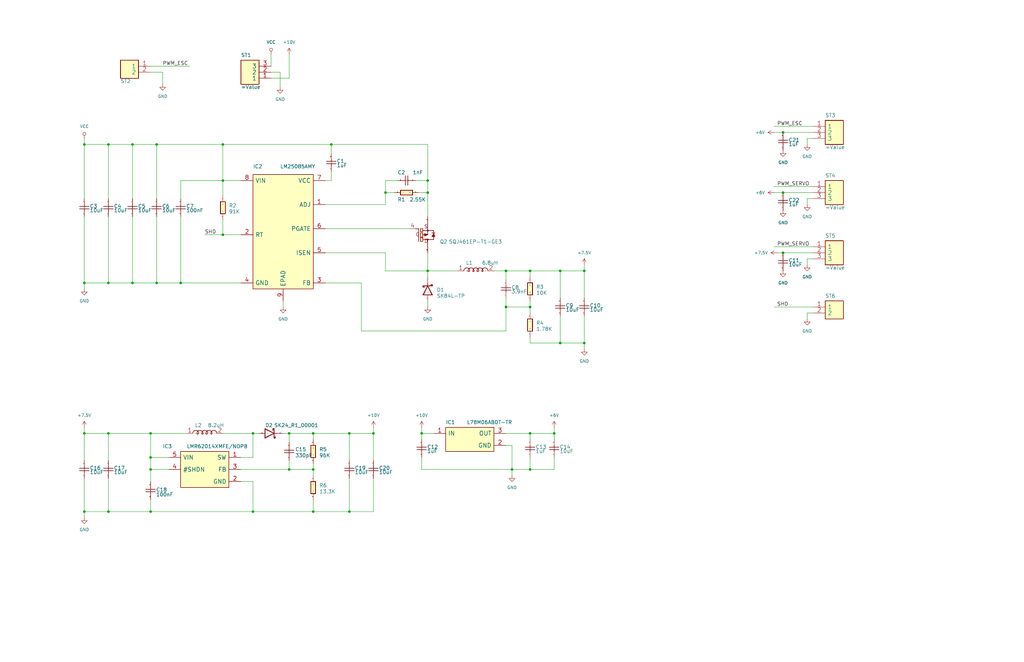
<source format=kicad_sch>
(kicad_sch (version 20211123) (generator eeschema)
  (paper "B")
  (title_block (title "testnoibec_bec-SchDoc") (date "27 03 2022"))
  (lib_symbols
    (symbol "L78M06ABDT-TR-_1" (pin_names (offset 1.016))
      (property "Reference" "IC3" (at -10.16 6.35 0))
      (property "Value" "LMR62014XMFE/NOPB" (at -1.27 6.35 0))
      (symbol "L78M06ABDT-TR-_1_0_1"
        (rectangle (start -10.16 5.08) (end 10.16 -10.16) (stroke (width 0.254)) (fill (type background)))
        (pin output line (at 15.24 2.54 180) (length 5.08) (name "SW") (number "1"))
        (pin power_in line (at 15.24 -7.62 180) (length 5.08) (name "GND") (number "2"))
        (pin input line (at 15.24 -2.54 180) (length 5.08) (name "FB") (number "3"))
        (pin input line (at -15.24 -2.54 0) (length 5.08) (name "#SHDN") (number "4"))
        (pin input line (at -15.24 2.54 0) (length 5.08) (name "VIN") (number "5"))
      )
    )
    (symbol "power:+10V" (power) (pin_names (offset 0))
      (property "Value" "+10V" (at 0 3.556 0))
      (symbol "+10V_0_1"
        (polyline (pts (xy -0.762 1.27) (xy 0 2.54)))
        (polyline (pts (xy 0 0) (xy 0 2.54)))
        (polyline (pts (xy 0 2.54) (xy 0.762 1.27)))
      )
      (symbol "+10V_1_1"
        (pin power_in line (at 0 0 90) (length 0) hide (name "+10V") (number "1"))
      )
    )
    (symbol "power:+6V" (power) (pin_names (offset 0))
      (property "Value" "+6V" (at 0 3.556 0))
      (symbol "+6V_0_1"
        (polyline (pts (xy -0.762 1.27) (xy 0 2.54)))
        (polyline (pts (xy 0 0) (xy 0 2.54)))
        (polyline (pts (xy 0 2.54) (xy 0.762 1.27)))
      )
      (symbol "+6V_1_1"
        (pin power_in line (at 0 0 90) (length 0) hide (name "+6V") (number "1"))
      )
    )
    (symbol "power:+7.5V" (power) (pin_names (offset 0))
      (property "Value" "+7.5V" (at 0 3.556 0))
      (symbol "+7.5V_0_1"
        (polyline (pts (xy -0.762 1.27) (xy 0 2.54)))
        (polyline (pts (xy 0 0) (xy 0 2.54)))
        (polyline (pts (xy 0 2.54) (xy 0.762 1.27)))
      )
      (symbol "+7.5V_1_1"
        (pin power_in line (at 0 0 90) (length 0) hide (name "+7.5V") (number "1"))
      )
    )
    (symbol "power:GND" (power) (pin_names (offset 0))
      (property "Value" "GND" (at 0 -3.81 0))
      (symbol "GND_0_1"
        (polyline (pts (xy 0 0) (xy 0 -1.27) (xy 1.27 -1.27) (xy 0 -2.54) (xy -1.27 -1.27) (xy 0 -1.27)))
      )
      (symbol "GND_1_1"
        (pin power_in line (at 0 0 270) (length 0) hide (name "GND") (number "1"))
      )
    )
    (symbol "power:VCC" (power) (pin_names (offset 0))
      (property "Value" "VCC" (at 0 3.81 0))
      (symbol "VCC_0_1"
        (polyline (pts (xy 0 0) (xy 0 1.27)))
        (circle (center 0 1.905) (radius 0.635))
      )
      (symbol "VCC_1_1"
        (pin power_in line (at 0 0 90) (length 0) hide (name "VCC") (number "1"))
      )
    )
    (symbol "testnoibec_bec-rescue:Cap-" (pin_names (offset 1.016))
      (property "Reference" "C" (at 4.826 1.016 0))
      (property "Value" "Cap-" (at 4.826 -0.762 90))
      (symbol "Cap-_0_1"
        (polyline (pts (xy 0 -2.54) (xy 0.762 -2.54)) (stroke (width 0.254)))
        (polyline (pts (xy 0.762 -4.572) (xy 0.762 -0.508)) (stroke (width 0.254)))
        (polyline (pts (xy 1.778 -0.508) (xy 1.778 -4.572)) (stroke (width 0.254)))
        (polyline (pts (xy 2.54 -2.54) (xy 1.778 -2.54)) (stroke (width 0.254)))
        (pin passive line (at -2.54 -2.54 0) (length 2.54) (name "1") (number "1"))
        (pin passive line (at 5.08 -2.54 180) (length 2.54) (name "2") (number "2"))
      )
    )
    (symbol "testnoibec_bec-rescue:D-SCHOTTKY-" (pin_names (offset 1.016))
      (property "Reference" "D" (at -2.54 2.54 0))
      (property "Value" "D-SCHOTTKY-" (at 1.27 2.54 0))
      (symbol "D-SCHOTTKY-_0_1"
        (polyline (pts (xy -2.54 -2.032) (xy -2.54 1.778)) (stroke (width 0.254)))
        (polyline (pts (xy -2.54 -1.778) (xy -2.54 2.032)) (stroke (width 0.254)))
        (polyline (pts (xy -2.54 1.778) (xy 1.27 0)) (stroke (width 0.254)))
        (polyline (pts (xy -2.54 2.032) (xy 1.27 0)) (stroke (width 0.254)))
        (polyline (pts (xy 0.762 1.27) (xy 0.762 1.778)) (stroke (width 0.254)))
        (polyline (pts (xy 0.762 1.27) (xy 0.762 2.032)) (stroke (width 0.254)))
        (polyline (pts (xy 0.762 1.778) (xy 1.27 1.778)) (stroke (width 0.254)))
        (polyline (pts (xy 0.762 2.032) (xy 1.27 2.032)) (stroke (width 0.254)))
        (polyline (pts (xy 1.27 -2.032) (xy 1.27 1.778)) (stroke (width 0.254)))
        (polyline (pts (xy 1.27 -1.778) (xy 1.27 2.032)) (stroke (width 0.254)))
        (polyline (pts (xy 1.27 0) (xy -2.54 -2.032)) (stroke (width 0.254)))
        (polyline (pts (xy 1.27 0) (xy -2.54 -1.778)) (stroke (width 0.254)))
        (polyline (pts (xy 1.27 0) (xy 2.54 0)) (stroke (width 0.254)))
        (polyline (pts (xy 1.778 -2.032) (xy 1.27 -2.032)) (stroke (width 0.254)))
        (polyline (pts (xy 1.778 -1.778) (xy 1.27 -1.778)) (stroke (width 0.254)))
        (polyline (pts (xy 1.778 -1.27) (xy 1.778 -2.032)) (stroke (width 0.254)))
        (polyline (pts (xy 1.778 -1.27) (xy 1.778 -1.778)) (stroke (width 0.254)))
        (pin passive line (at -5.08 0 0) (length 2.54) (name "A") (number "A"))
        (pin passive line (at 5.08 0 180) (length 2.54) (name "K") (number "K"))
      )
    )
    (symbol "testnoibec_bec-rescue:Header_2X1-" (pin_names (offset 1.016))
      (property "Reference" "ST" (at 0 1.27 0))
      (property "Value" "Header_2X1-" (at 0 0 0))
      (symbol "Header_2X1-_0_1"
        (rectangle (start 0 -7.62) (end 7.62 0) (stroke (width 0.254)) (fill (type background)))
        (rectangle (start 7.62 -7.62) (end 0 0) (stroke (width 0.254)) (fill (type background)))
        (pin passive line (at -5.08 -2.54 0) (length 5.08) (name "1") (number "1"))
        (pin passive line (at -5.08 -5.08 0) (length 5.08) (name "2") (number "2"))
      )
    )
    (symbol "testnoibec_bec-rescue:Header_3X1-" (pin_names (offset 1.016))
      (property "Reference" "ST" (at 0 1.27 0))
      (property "Value" "Header_3X1-" (at 0 -12.192 0))
      (symbol "Header_3X1-_0_1"
        (rectangle (start 0 -10.16) (end 7.62 0) (stroke (width 0.254)) (fill (type background)))
        (rectangle (start 7.62 0) (end 0 -10.16) (stroke (width 0.254)) (fill (type background)))
        (pin passive line (at -5.08 -2.54 0) (length 5.08) (name "1") (number "1"))
        (pin passive line (at -5.08 -5.08 0) (length 5.08) (name "2") (number "2"))
        (pin passive line (at -5.08 -7.62 0) (length 5.08) (name "3") (number "3"))
      )
    )
    (symbol "testnoibec_bec-rescue:Inductor_Coil-" (pin_names (offset 1.016))
      (property "Reference" "L" (at -5.08 2.54 0))
      (property "Value" "Inductor_Coil-" (at 0 2.54 0))
      (symbol "Inductor_Coil-_0_1"
        (pin passive line (at -7.62 0 0) (length 2.54) (name "1") (number "1"))
        (pin passive line (at 7.62 0 180) (length 2.54) (name "2") (number "2"))
      )
      (symbol "Inductor_Coil-_1_1"
        (arc (start -4.445 1.0922) (mid -4.9051 0.63) (end -5.08 0) (stroke (width 0.254)))
        (arc (start -3.3782 0) (mid -3.3319 -0.1686) (end -3.2004 -0.2794) (stroke (width 0.254)))
        (arc (start -3.2004 -0.2794) (mid -3.0373 -0.3181) (end -2.8702 -0.2794) (stroke (width 0.254)))
        (arc (start -3.175 1.0922) (mid -3.81 1.2634) (end -4.445 1.0922) (stroke (width 0.254)))
        (arc (start -2.8702 -0.2794) (mid -2.7577 -0.1594) (end -2.7178 0) (stroke (width 0.254)))
        (arc (start -2.667 1.0922) (mid -3.1271 0.63) (end -3.302 0) (stroke (width 0.254)))
        (arc (start -2.54 0) (mid -2.7092 0.6333) (end -3.175 1.0922) (stroke (width 0.254)))
        (arc (start -1.397 1.0922) (mid -2.032 1.2634) (end -2.667 1.0922) (stroke (width 0.254)))
        (arc (start -1.3462 0) (mid -1.2999 -0.1686) (end -1.1684 -0.2794) (stroke (width 0.254)))
        (arc (start -1.1684 -0.2794) (mid -1.0053 -0.3181) (end -0.8382 -0.2794) (stroke (width 0.254)))
        (arc (start -0.8382 -0.2794) (mid -0.7257 -0.1594) (end -0.6858 0) (stroke (width 0.254)))
        (arc (start -0.762 0) (mid -0.9312 0.6333) (end -1.397 1.0922) (stroke (width 0.254)))
        (arc (start -0.635 1.0922) (mid -1.0951 0.63) (end -1.27 0) (stroke (width 0.254)))
        (arc (start 0.4318 0) (mid 0.4725 -0.1589) (end 0.5842 -0.2794) (stroke (width 0.254)))
        (arc (start 0.5842 -0.2794) (mid 0.7508 -0.331) (end 0.9144 -0.2794) (stroke (width 0.254)))
        (arc (start 0.6096 1.0922) (mid -0.011 1.2508) (end -0.635 1.0922) (stroke (width 0.254)))
        (arc (start 0.9144 -0.2794) (mid 1.0357 -0.1625) (end 1.0922 0) (stroke (width 0.254)))
        (arc (start 1.1176 1.0922) (mid 0.6663 0.627) (end 0.508 0) (stroke (width 0.254)))
        (arc (start 1.27 0) (mid 1.0952 0.643) (end 0.6096 1.0922) (stroke (width 0.254)))
        (arc (start 2.3876 1.0922) (mid 1.7563 1.2506) (end 1.1176 1.0922) (stroke (width 0.254)))
        (arc (start 2.4892 0) (mid 2.5236 -0.1408) (end 2.6162 -0.254) (stroke (width 0.254)))
        (arc (start 2.6162 -0.254) (mid 2.7712 -0.3092) (end 2.921 -0.254) (stroke (width 0.254)))
        (arc (start 2.921 -0.254) (mid 3.0356 -0.1493) (end 3.0988 0) (stroke (width 0.254)))
        (arc (start 3.048 0) (mid 2.8732 0.643) (end 2.3876 1.0922) (stroke (width 0.254)))
        (arc (start 3.1496 1.0922) (mid 2.6983 0.627) (end 2.54 0) (stroke (width 0.254)))
        (arc (start 4.4196 1.0922) (mid 3.7883 1.2506) (end 3.1496 1.0922) (stroke (width 0.254)))
        (arc (start 5.08 0) (mid 4.9052 0.643) (end 4.4196 1.0922) (stroke (width 0.254)))
      )
    )
    (symbol "testnoibec_bec-rescue:L78M06ABDT-TR-" (pin_names (offset 1.016))
      (property "Reference" "IC" (at -10.16 6.35 0))
      (property "Value" "L78M06ABDT-TR-" (at -1.27 6.35 0))
      (symbol "L78M06ABDT-TR-_0_1"
        (rectangle (start -10.16 -5.08) (end 10.16 5.08) (stroke (width 0.254)) (fill (type background)))
        (pin input line (at -15.24 2.54 0) (length 5.08) (name "IN") (number "1"))
        (pin power_in line (at 15.24 -2.54 180) (length 5.08) (name "GND") (number "2"))
        (pin output line (at 15.24 2.54 180) (length 5.08) (name "OUT") (number "3"))
      )
    )
    (symbol "testnoibec_bec-rescue:LM25085AMY-" (pin_names (offset 1.016))
      (property "Reference" "IC" (at -12.7 17.78 0))
      (property "Value" "LM25085AMY-" (at -1.27 17.78 0))
      (symbol "LM25085AMY-_0_1"
        (rectangle (start -12.7 -33.02) (end 12.7 15.24) (stroke (width 0.254)) (fill (type background)))
        (pin input line (at 17.78 2.54 180) (length 5.08) (name "ADJ") (number "1"))
        (pin input line (at -17.78 -10.16 0) (length 5.08) (name "RT") (number "2"))
        (pin input line (at 17.78 -30.48 180) (length 5.08) (name "FB") (number "3"))
        (pin power_in line (at -17.78 -30.48 0) (length 5.08) (name "GND") (number "4"))
        (pin input line (at 17.78 -17.78 180) (length 5.08) (name "ISEN") (number "5"))
        (pin output line (at 17.78 -7.62 180) (length 5.08) (name "PGATE") (number "6"))
        (pin power_in line (at 17.78 12.7 180) (length 5.08) (name "VCC") (number "7"))
        (pin input line (at -17.78 12.7 0) (length 5.08) (name "VIN") (number "8"))
        (pin power_in line (at 0 -38.1 90) (length 5.08) (name "EPAD") (number "9"))
      )
    )
    (symbol "testnoibec_bec-rescue:Res-" (pin_names (offset 1.016))
      (property "Reference" "R" (at 0 -2.54 0))
      (property "Value" "Res-" (at 0 -5.08 90))
      (symbol "Res-_0_1"
        (rectangle (start 0 -3.556) (end 5.08 -1.524) (stroke (width 0.254)) (fill (type background)))
        (rectangle (start 0 -1.524) (end 5.08 -3.556) (stroke (width 0.254)) (fill (type background)))
        (rectangle (start 5.08 -3.556) (end 0 -1.524) (stroke (width 0.254)) (fill (type background)))
        (pin passive line (at -2.54 -2.54 0) (length 2.54) (name "1") (number "1"))
        (pin passive line (at 7.62 -2.54 180) (length 2.54) (name "2") (number "2"))
      )
    )
    (symbol "testnoibec_bec-rescue:SQJ461EP-T1-GE3-" (pin_names (offset 1.016))
      (property "Reference" "Q" (at 5.08 -3.81 0))
      (property "Value" "SQJ461EP-T1-GE3-" (at 8.89 -3.81 0))
      (symbol "SQJ461EP-T1-GE3-_0_1"
        (rectangle (start -3.048 -2.794) (end -2.032 -1.27) (stroke (width 0.254)) (fill (type background)))
        (rectangle (start -3.048 -1.016) (end -2.032 0.762) (stroke (width 0.254)) (fill (type background)))
        (rectangle (start -3.048 1.27) (end -2.032 2.54) (stroke (width 0.254)) (fill (type background)))
        (polyline (pts (xy -3.81 -2.794) (xy -3.81 2.54)) (stroke (width 0.254)))
        (polyline (pts (xy -3.81 2.54) (xy -5.08 2.54)) (stroke (width 0.254)))
        (polyline (pts (xy -2.032 -2.032) (xy 0 -2.032)) (stroke (width 0.254)))
        (polyline (pts (xy -1.27 -0.508) (xy -1.27 0)) (stroke (width 0.254)))
        (polyline (pts (xy -1.27 -0.254) (xy -1.27 0)) (stroke (width 0.254)))
        (polyline (pts (xy -1.27 0) (xy -2.286 0)) (stroke (width 0.254)))
        (polyline (pts (xy -1.27 0) (xy -1.27 0.508)) (stroke (width 0.254)))
        (polyline (pts (xy -1.27 0) (xy -1.016 0)) (stroke (width 0.254)))
        (polyline (pts (xy -1.27 0) (xy 0 0)) (stroke (width 0.254)))
        (polyline (pts (xy -1.27 0.254) (xy -0.254 0)) (stroke (width 0.254)))
        (polyline (pts (xy -1.27 0.508) (xy 0 0)) (stroke (width 0.254)))
        (polyline (pts (xy -0.254 0) (xy -1.27 -0.254)) (stroke (width 0.254)))
        (polyline (pts (xy 0 -5.08) (xy 0 -2.032)) (stroke (width 0.254)))
        (polyline (pts (xy 0 0) (xy -1.27 -0.508)) (stroke (width 0.254)))
        (polyline (pts (xy 0 1.778) (xy -2.032 1.778)) (stroke (width 0.254)))
        (polyline (pts (xy 0 1.778) (xy 0 0)) (stroke (width 0.254)))
        (polyline (pts (xy 0 1.778) (xy 2.54 1.778)) (stroke (width 0.254)))
        (polyline (pts (xy 0 5.08) (xy 0 1.778)) (stroke (width 0.254)))
        (polyline (pts (xy 1.778 0.762) (xy 2.54 0.762)) (stroke (width 0.254)))
        (polyline (pts (xy 2.54 -2.032) (xy 0 -2.032)) (stroke (width 0.254)))
        (polyline (pts (xy 2.54 0.762) (xy 2.54 -2.032)) (stroke (width 0.254)))
        (polyline (pts (xy 2.54 0.762) (xy 3.048 0.762)) (stroke (width 0.254)))
        (polyline (pts (xy 2.54 1.778) (xy 2.54 0.762)) (stroke (width 0.254)))
        (polyline (pts (xy 2.54 0.508) (xy 1.778 -0.762) (xy 3.048 -0.762) (xy 2.54 0.508)) (stroke (width 0.254)) (fill (type outline)))
        (pin passive line (at 0 7.62 270) (length 2.54) (name "S") (number "1"))
        (pin passive line (at 0 7.62 270) (length 2.54) (name "S") (number "2"))
        (pin passive line (at 0 7.62 270) (length 2.54) (name "S") (number "3"))
        (pin passive line (at -7.62 2.54 0) (length 2.54) (name "G") (number "4"))
        (pin passive line (at 0 -7.62 90) (length 2.54) (name "D") (number "5"))
        (pin passive line (at 0 -7.62 90) (length 2.54) (name "D") (number "6"))
        (pin passive line (at 0 -7.62 90) (length 2.54) (name "D") (number "7"))
        (pin passive line (at 0 -7.62 90) (length 2.54) (name "D") (number "8"))
        (pin passive line (at 0 -7.62 90) (length 2.54) (name "D") (number "9"))
      )
      (symbol "SQJ461EP-T1-GE3-_1_1"
        (arc (start -0.0508 -2.1336) (mid 0.0597 -2.1286) (end 0.127 -2.032) (stroke (width 0.508)))
        (arc (start -0.0508 -1.905) (mid -0.1367 -2.0263) (end -0.0508 -2.1336) (stroke (width 0.508)))
        (arc (start -0.0508 1.651) (mid 0.0767 1.6647) (end 0.127 1.778) (stroke (width 0.508)))
        (arc (start -0.0508 1.8796) (mid -0.1135 1.7733) (end -0.0508 1.651) (stroke (width 0.508)))
        (arc (start 0.127 -2.032) (mid 0.0712 -1.9268) (end -0.0508 -1.905) (stroke (width 0.508)))
        (arc (start 0.127 1.778) (mid 0.0668 1.886) (end -0.0508 1.8796) (stroke (width 0.508)))
        (text "D" (at -1.524 -3.556 0) (effects (font (size 1.524 1.524)) (justify left bottom)))
        (text "G" (at -5.08 -0.762 0) (effects (font (size 1.524 1.524)) (justify left bottom)))
        (text "S" (at -1.524 2.54 0) (effects (font (size 1.524 1.524)) (justify left bottom)))
      )
    )
  )
  (junction (at 223.52 198.12))
  (junction (at 63.5 198.12))
  (junction (at 330.2 81.28))
  (junction (at 76.2 119.38))
  (junction (at 215.9 198.12))
  (junction (at 35.56 215.9))
  (junction (at 106.68 182.88))
  (junction (at 66.04 60.96))
  (junction (at 121.92 198.12))
  (junction (at 45.72 215.9))
  (junction (at 147.32 215.9))
  (junction (at 236.22 114.3))
  (junction (at 223.52 129.54))
  (junction (at 180.34 76.2))
  (junction (at 66.04 119.38))
  (junction (at 35.56 119.38))
  (junction (at 121.92 182.88))
  (junction (at 35.56 182.88))
  (junction (at 246.38 114.3))
  (junction (at 45.72 182.88))
  (junction (at 330.2 55.88))
  (junction (at 132.08 182.88))
  (junction (at 45.72 60.96))
  (junction (at 93.98 76.2))
  (junction (at 213.36 129.54))
  (junction (at 177.8 182.88))
  (junction (at 162.56 81.28))
  (junction (at 139.7 60.96))
  (junction (at 180.34 114.3))
  (junction (at 236.22 144.78))
  (junction (at 45.72 119.38))
  (junction (at 132.08 215.9))
  (junction (at 63.5 215.9))
  (junction (at 63.5 182.88))
  (junction (at 180.34 81.28))
  (junction (at 63.5 193.04))
  (junction (at 223.52 114.3))
  (junction (at 55.88 119.38))
  (junction (at 233.68 182.88))
  (junction (at 132.08 198.12))
  (junction (at 157.48 182.88))
  (junction (at 106.68 215.9))
  (junction (at 223.52 182.88))
  (junction (at 93.98 99.06))
  (junction (at 213.36 114.3))
  (junction (at 35.56 60.96))
  (junction (at 93.98 60.96))
  (junction (at 330.2 106.68))
  (junction (at 55.88 60.96))
  (junction (at 246.38 144.78))
  (junction (at 147.32 182.88))
  (wire (pts (xy 121.92 182.88) (xy 121.92 186.69)))
  (wire (pts (xy 223.52 127) (xy 223.52 129.54)))
  (wire (pts (xy 118.11 36.83) (xy 118.11 30.48)))
  (wire (pts (xy 223.52 129.54) (xy 213.36 129.54)))
  (wire (pts (xy 157.48 180.34) (xy 157.48 182.88)))
  (wire (pts (xy 45.72 194.31) (xy 45.72 182.88)))
  (wire (pts (xy 340.36 86.36) (xy 340.36 83.82)))
  (wire (pts (xy 342.9 106.68) (xy 330.2 106.68)))
  (wire (pts (xy 139.7 60.96) (xy 139.7 64.77)))
  (wire (pts (xy 340.36 58.42) (xy 342.9 58.42)))
  (wire (pts (xy 139.7 76.2) (xy 137.16 76.2)))
  (wire (pts (xy 106.68 215.9) (xy 63.5 215.9)))
  (wire (pts (xy 55.88 119.38) (xy 55.88 91.44)))
  (wire (pts (xy 63.5 198.12) (xy 71.12 198.12)))
  (wire (pts (xy 340.36 60.96) (xy 340.36 58.42)))
  (wire (pts (xy 162.56 76.2) (xy 167.64 76.2)))
  (wire (pts (xy 101.6 119.38) (xy 76.2 119.38)))
  (wire (pts (xy 78.74 182.88) (xy 63.5 182.88)))
  (wire (pts (xy 180.34 129.54) (xy 180.34 127)))
  (wire (pts (xy 66.04 60.96) (xy 93.98 60.96)))
  (wire (pts (xy 106.68 182.88) (xy 93.98 182.88)))
  (wire (pts (xy 223.52 198.12) (xy 223.52 193.04)))
  (wire (pts (xy 326.39 129.54) (xy 342.9 129.54)))
  (wire (pts (xy 63.5 27.94) (xy 80.01 27.94)))
  (wire (pts (xy 121.92 182.88) (xy 119.38 182.88)))
  (wire (pts (xy 35.56 180.34) (xy 35.56 182.88)))
  (wire (pts (xy 35.56 83.82) (xy 35.56 60.96)))
  (wire (pts (xy 35.56 215.9) (xy 35.56 218.44)))
  (wire (pts (xy 45.72 119.38) (xy 45.72 91.44)))
  (wire (pts (xy 180.34 60.96) (xy 139.7 60.96)))
  (wire (pts (xy 326.39 78.74) (xy 342.9 78.74)))
  (wire (pts (xy 340.36 134.62) (xy 340.36 132.08)))
  (wire (pts (xy 157.48 182.88) (xy 147.32 182.88)))
  (wire (pts (xy 76.2 119.38) (xy 66.04 119.38)))
  (wire (pts (xy 76.2 76.2) (xy 93.98 76.2)))
  (wire (pts (xy 71.12 193.04) (xy 63.5 193.04)))
  (wire (pts (xy 180.34 114.3) (xy 193.04 114.3)))
  (wire (pts (xy 119.38 127) (xy 119.38 129.54)))
  (wire (pts (xy 132.08 198.12) (xy 132.08 200.66)))
  (wire (pts (xy 180.34 91.44) (xy 180.34 81.28)))
  (wire (pts (xy 213.36 139.7) (xy 213.36 129.54)))
  (wire (pts (xy 139.7 60.96) (xy 93.98 60.96)))
  (wire (pts (xy 177.8 193.04) (xy 177.8 198.12)))
  (wire (pts (xy 213.36 118.11) (xy 213.36 114.3)))
  (wire (pts (xy 76.2 119.38) (xy 76.2 91.44)))
  (wire (pts (xy 340.36 83.82) (xy 342.9 83.82)))
  (wire (pts (xy 215.9 198.12) (xy 215.9 200.66)))
  (wire (pts (xy 45.72 201.93) (xy 45.72 215.9)))
  (wire (pts (xy 223.52 144.78) (xy 236.22 144.78)))
  (wire (pts (xy 106.68 193.04) (xy 106.68 182.88)))
  (wire (pts (xy 236.22 125.73) (xy 236.22 114.3)))
  (wire (pts (xy 223.52 142.24) (xy 223.52 144.78)))
  (wire (pts (xy 177.8 180.34) (xy 177.8 182.88)))
  (wire (pts (xy 121.92 22.86) (xy 121.92 33.02)))
  (wire (pts (xy 93.98 92.71) (xy 93.98 99.06)))
  (wire (pts (xy 180.34 76.2) (xy 180.34 60.96)))
  (wire (pts (xy 223.52 182.88) (xy 223.52 185.42)))
  (wire (pts (xy 45.72 215.9) (xy 63.5 215.9)))
  (wire (pts (xy 246.38 133.35) (xy 246.38 144.78)))
  (wire (pts (xy 330.2 55.88) (xy 342.9 55.88)))
  (wire (pts (xy 213.36 114.3) (xy 208.28 114.3)))
  (wire (pts (xy 162.56 114.3) (xy 180.34 114.3)))
  (wire (pts (xy 177.8 198.12) (xy 215.9 198.12)))
  (wire (pts (xy 68.58 30.48) (xy 63.5 30.48)))
  (wire (pts (xy 340.36 111.76) (xy 340.36 109.22)))
  (wire (pts (xy 35.56 91.44) (xy 35.56 119.38)))
  (wire (pts (xy 215.9 198.12) (xy 215.9 187.96)))
  (wire (pts (xy 233.68 185.42) (xy 233.68 182.88)))
  (wire (pts (xy 330.2 81.28) (xy 342.9 81.28)))
  (wire (pts (xy 215.9 198.12) (xy 223.52 198.12)))
  (wire (pts (xy 93.98 60.96) (xy 93.98 76.2)))
  (wire (pts (xy 157.48 215.9) (xy 157.48 201.93)))
  (wire (pts (xy 177.8 182.88) (xy 182.88 182.88)))
  (wire (pts (xy 246.38 125.73) (xy 246.38 114.3)))
  (wire (pts (xy 147.32 215.9) (xy 157.48 215.9)))
  (wire (pts (xy 223.52 116.84) (xy 223.52 114.3)))
  (wire (pts (xy 45.72 182.88) (xy 35.56 182.88)))
  (wire (pts (xy 93.98 76.2) (xy 93.98 82.55)))
  (wire (pts (xy 162.56 106.68) (xy 162.56 114.3)))
  (wire (pts (xy 55.88 60.96) (xy 55.88 83.82)))
  (wire (pts (xy 152.4 119.38) (xy 152.4 139.7)))
  (wire (pts (xy 162.56 81.28) (xy 162.56 76.2)))
  (wire (pts (xy 233.68 182.88) (xy 233.68 180.34)))
  (wire (pts (xy 137.16 86.36) (xy 162.56 86.36)))
  (wire (pts (xy 326.39 104.14) (xy 342.9 104.14)))
  (wire (pts (xy 137.16 96.52) (xy 172.72 96.52)))
  (wire (pts (xy 132.08 195.58) (xy 132.08 198.12)))
  (wire (pts (xy 223.52 114.3) (xy 213.36 114.3)))
  (wire (pts (xy 132.08 215.9) (xy 106.68 215.9)))
  (wire (pts (xy 76.2 83.82) (xy 76.2 76.2)))
  (wire (pts (xy 63.5 193.04) (xy 63.5 182.88)))
  (wire (pts (xy 93.98 76.2) (xy 101.6 76.2)))
  (wire (pts (xy 68.58 35.56) (xy 68.58 30.48)))
  (wire (pts (xy 35.56 60.96) (xy 35.56 58.42)))
  (wire (pts (xy 132.08 182.88) (xy 132.08 185.42)))
  (wire (pts (xy 121.92 33.02) (xy 114.3 33.02)))
  (wire (pts (xy 223.52 132.08) (xy 223.52 129.54)))
  (wire (pts (xy 246.38 144.78) (xy 246.38 147.32)))
  (wire (pts (xy 137.16 119.38) (xy 152.4 119.38)))
  (wire (pts (xy 340.36 109.22) (xy 342.9 109.22)))
  (wire (pts (xy 106.68 203.2) (xy 106.68 215.9)))
  (wire (pts (xy 180.34 76.2) (xy 175.26 76.2)))
  (wire (pts (xy 147.32 182.88) (xy 147.32 194.31)))
  (wire (pts (xy 330.2 106.68) (xy 327.66 106.68)))
  (wire (pts (xy 132.08 182.88) (xy 121.92 182.88)))
  (wire (pts (xy 101.6 193.04) (xy 106.68 193.04)))
  (wire (pts (xy 223.52 182.88) (xy 233.68 182.88)))
  (wire (pts (xy 45.72 215.9) (xy 35.56 215.9)))
  (wire (pts (xy 236.22 114.3) (xy 223.52 114.3)))
  (wire (pts (xy 86.36 99.06) (xy 93.98 99.06)))
  (wire (pts (xy 147.32 182.88) (xy 132.08 182.88)))
  (wire (pts (xy 137.16 106.68) (xy 162.56 106.68)))
  (wire (pts (xy 246.38 114.3) (xy 236.22 114.3)))
  (wire (pts (xy 114.3 22.86) (xy 114.3 27.94)))
  (wire (pts (xy 139.7 72.39) (xy 139.7 76.2)))
  (wire (pts (xy 147.32 215.9) (xy 132.08 215.9)))
  (wire (pts (xy 246.38 144.78) (xy 236.22 144.78)))
  (wire (pts (xy 233.68 193.04) (xy 233.68 198.12)))
  (wire (pts (xy 66.04 83.82) (xy 66.04 60.96)))
  (wire (pts (xy 66.04 60.96) (xy 55.88 60.96)))
  (wire (pts (xy 35.56 119.38) (xy 35.56 121.92)))
  (wire (pts (xy 340.36 132.08) (xy 342.9 132.08)))
  (wire (pts (xy 121.92 198.12) (xy 101.6 198.12)))
  (wire (pts (xy 35.56 194.31) (xy 35.56 182.88)))
  (wire (pts (xy 132.08 198.12) (xy 121.92 198.12)))
  (wire (pts (xy 93.98 99.06) (xy 101.6 99.06)))
  (wire (pts (xy 35.56 119.38) (xy 45.72 119.38)))
  (wire (pts (xy 45.72 60.96) (xy 45.72 83.82)))
  (wire (pts (xy 326.39 55.88) (xy 330.2 55.88)))
  (wire (pts (xy 213.36 129.54) (xy 213.36 125.73)))
  (wire (pts (xy 109.22 182.88) (xy 106.68 182.88)))
  (wire (pts (xy 121.92 198.12) (xy 121.92 194.31)))
  (wire (pts (xy 66.04 119.38) (xy 55.88 119.38)))
  (wire (pts (xy 180.34 116.84) (xy 180.34 114.3)))
  (wire (pts (xy 55.88 119.38) (xy 45.72 119.38)))
  (wire (pts (xy 215.9 187.96) (xy 213.36 187.96)))
  (wire (pts (xy 66.04 91.44) (xy 66.04 119.38)))
  (wire (pts (xy 35.56 60.96) (xy 45.72 60.96)))
  (wire (pts (xy 236.22 133.35) (xy 236.22 144.78)))
  (wire (pts (xy 246.38 111.76) (xy 246.38 114.3)))
  (wire (pts (xy 180.34 81.28) (xy 176.53 81.28)))
  (wire (pts (xy 177.8 182.88) (xy 177.8 185.42)))
  (wire (pts (xy 166.37 81.28) (xy 162.56 81.28)))
  (wire (pts (xy 118.11 30.48) (xy 114.3 30.48)))
  (wire (pts (xy 326.39 81.28) (xy 330.2 81.28)))
  (wire (pts (xy 101.6 203.2) (xy 106.68 203.2)))
  (wire (pts (xy 63.5 215.9) (xy 63.5 210.82)))
  (wire (pts (xy 233.68 198.12) (xy 223.52 198.12)))
  (wire (pts (xy 162.56 86.36) (xy 162.56 81.28)))
  (wire (pts (xy 63.5 182.88) (xy 45.72 182.88)))
  (wire (pts (xy 157.48 194.31) (xy 157.48 182.88)))
  (wire (pts (xy 55.88 60.96) (xy 45.72 60.96)))
  (wire (pts (xy 213.36 182.88) (xy 223.52 182.88)))
  (wire (pts (xy 180.34 106.68) (xy 180.34 114.3)))
  (wire (pts (xy 147.32 201.93) (xy 147.32 215.9)))
  (wire (pts (xy 63.5 198.12) (xy 63.5 193.04)))
  (wire (pts (xy 326.39 53.34) (xy 342.9 53.34)))
  (wire (pts (xy 132.08 215.9) (xy 132.08 210.82)))
  (wire (pts (xy 152.4 139.7) (xy 213.36 139.7)))
  (wire (pts (xy 63.5 203.2) (xy 63.5 198.12)))
  (wire (pts (xy 35.56 215.9) (xy 35.56 201.93)))
  (wire (pts (xy 180.34 81.28) (xy 180.34 76.2)))
  (label "PWM_SERVO" (at 327.66 104.14 0) (effects (font (size 1.524 1.524))))
  (label "PWM_SERVO" (at 327.66 78.74 0) (effects (font (size 1.524 1.524))))
  (label "SHD" (at 86.36 99.06 0) (effects (font (size 1.524 1.524))))
  (label "PWM_ESC" (at 68.58 27.94 0) (effects (font (size 1.524 1.524))))
  (label "PWM_ESC" (at 327.66 53.34 0) (effects (font (size 1.524 1.524))))
  (label "SHD" (at 327.66 129.54 0) (effects (font (size 1.524 1.524))))
  (symbol (lib_id "testnoibec_bec-rescue:Inductor_Coil-") (at 200.66 114.3 0) (unit 1)
    (property "Reference" "L1" (at 199.39 111.76 0) (effects (font (size 1.524 1.524)) (justify right bottom)))
    (property "Value" "6.8uH" (at 203.2 111.76 0) (effects (font (size 1.524 1.524)) (justify left bottom)))
  )
  (symbol (lib_id "testnoibec_bec-rescue:Cap-") (at 210.82 123.19 90) (unit 1)
    (property "Reference" "C8" (at 215.646 122.174 90) (effects (font (size 1.524 1.524)) (justify right top)))
    (property "Value" "3.9nF" (at 215.646 123.952 90) (effects (font (size 1.524 1.524)) (justify right top)))
  )
  (symbol (lib_id "testnoibec_bec-rescue:Res-") (at 226.06 119.38 270) (unit 1)
    (property "Reference" "R3" (at 226.06 121.92 90) (effects (font (size 1.524 1.524)) (justify left bottom)))
    (property "Value" "10K" (at 226.06 124.46 90) (effects (font (size 1.524 1.524)) (justify left bottom)))
  )
  (symbol (lib_id "testnoibec_bec-rescue:Cap-") (at 33.02 88.9 90) (unit 1)
    (property "Reference" "C3" (at 37.846 87.884 90) (effects (font (size 1.524 1.524)) (justify right top)))
    (property "Value" "10uF" (at 37.846 89.662 90) (effects (font (size 1.524 1.524)) (justify right top)))
  )
  (symbol (lib_id "testnoibec_bec-rescue:Header_3X1-") (at 347.98 101.6 0) (unit 1)
    (property "Reference" "ST5" (at 347.98 100.33 0) (effects (font (size 1.524 1.524)) (justify left bottom)))
    (property "Value" "=Value" (at 347.98 113.792 0) (effects (font (size 1.524 1.524)) (justify left bottom)))
  )
  (symbol (lib_id "testnoibec_bec-rescue:SQJ461EP-T1-GE3-") (at 180.34 99.06 0) (unit 1)
    (property "Reference" "Q2" (at 185.42 102.87 0) (effects (font (size 1.524 1.524)) (justify left bottom)))
    (property "Value" "SQJ461EP-T1-GE3" (at 189.23 102.87 0) (effects (font (size 1.524 1.524)) (justify left bottom)))
  )
  (symbol (lib_id "testnoibec_bec-rescue:Cap-") (at 327.66 86.36 90) (unit 1)
    (property "Reference" "C22" (at 332.486 85.344 90) (effects (font (size 1.524 1.524)) (justify right top)))
    (property "Value" "1uF" (at 332.486 87.122 90) (effects (font (size 1.524 1.524)) (justify right top)))
  )
  (symbol (lib_id "testnoibec_bec-rescue:Cap-") (at 327.66 60.96 90) (unit 1)
    (property "Reference" "C21" (at 332.486 59.944 90) (effects (font (size 1.524 1.524)) (justify right top)))
    (property "Value" "1uF" (at 332.486 61.722 90) (effects (font (size 1.524 1.524)) (justify right top)))
  )
  (symbol (lib_id "testnoibec_bec-rescue:Cap-") (at 231.14 190.5 90) (unit 1)
    (property "Reference" "C14" (at 235.966 189.484 90) (effects (font (size 1.524 1.524)) (justify right top)))
    (property "Value" "10uF" (at 235.966 191.262 90) (effects (font (size 1.524 1.524)) (justify right top)))
  )
  (symbol (lib_id "testnoibec_bec-rescue:Header_3X1-") (at 347.98 76.2 0) (unit 1)
    (property "Reference" "ST4" (at 347.98 74.93 0) (effects (font (size 1.524 1.524)) (justify left bottom)))
    (property "Value" "=Value" (at 347.98 88.392 0) (effects (font (size 1.524 1.524)) (justify left bottom)))
  )
  (symbol (lib_id "testnoibec_bec-rescue:Cap-") (at 332.74 109.22 270) (unit 1)
    (property "Reference" "C11" (at 332.486 110.744 90) (effects (font (size 1.524 1.524)) (justify left bottom)))
    (property "Value" "10uF" (at 332.486 112.522 90) (effects (font (size 1.524 1.524)) (justify left bottom)))
  )
  (symbol (lib_id "testnoibec_bec-rescue:Cap-") (at 154.94 199.39 90) (unit 1)
    (property "Reference" "C20" (at 159.766 198.374 90) (effects (font (size 1.524 1.524)) (justify right top)))
    (property "Value" "10uF" (at 159.766 200.152 90) (effects (font (size 1.524 1.524)) (justify right top)))
  )
  (symbol (lib_id "testnoibec_bec-rescue:Cap-") (at 119.38 191.77 90) (unit 1)
    (property "Reference" "C15" (at 124.46 190.5 90) (effects (font (size 1.524 1.524)) (justify right top)))
    (property "Value" "330pF" (at 124.46 193.04 90) (effects (font (size 1.524 1.524)) (justify right top)))
  )
  (symbol (lib_id "testnoibec_bec-rescue:Cap-") (at 66.04 205.74 270) (unit 1)
    (property "Reference" "C18" (at 65.786 207.518 90) (effects (font (size 1.524 1.524)) (justify left bottom)))
    (property "Value" "100nF" (at 65.786 209.55 90) (effects (font (size 1.524 1.524)) (justify left bottom)))
  )
  (symbol (lib_id "testnoibec_bec-rescue:L78M06ABDT-TR-") (at 198.12 185.42 0) (unit 1)
    (property "Reference" "IC1" (at 187.96 179.07 0) (effects (font (size 1.524 1.524)) (justify left bottom)))
    (property "Value" "L78M06ABDT-TR" (at 196.85 179.07 0) (effects (font (size 1.524 1.524)) (justify left bottom)))
  )
  (symbol (lib_id "testnoibec_bec-rescue:Cap-") (at 144.78 199.39 90) (unit 1)
    (property "Reference" "C19" (at 149.606 198.374 90) (effects (font (size 1.524 1.524)) (justify right top)))
    (property "Value" "10uF" (at 149.606 200.152 90) (effects (font (size 1.524 1.524)) (justify right top)))
  )
  (symbol (lib_id "testnoibec_bec-rescue:Res-") (at 134.62 203.2 270) (unit 1)
    (property "Reference" "R6" (at 134.62 205.74 90) (effects (font (size 1.524 1.524)) (justify left bottom)))
    (property "Value" "13.3K" (at 134.62 208.28 90) (effects (font (size 1.524 1.524)) (justify left bottom)))
  )
  (symbol (lib_id "testnoibec_bec-rescue:Res-") (at 129.54 193.04 90) (unit 1)
    (property "Reference" "R5" (at 134.62 190.5 90) (effects (font (size 1.524 1.524)) (justify right top)))
    (property "Value" "96K" (at 134.62 193.04 90) (effects (font (size 1.524 1.524)) (justify right top)))
  )
  (symbol (lib_id "testnoibec_bec-rescue:Header_3X1-") (at 347.98 50.8 0) (unit 1)
    (property "Reference" "ST3" (at 347.98 49.53 0) (effects (font (size 1.524 1.524)) (justify left bottom)))
    (property "Value" "=Value" (at 347.98 62.992 0) (effects (font (size 1.524 1.524)) (justify left bottom)))
  )
  (symbol (lib_id "testnoibec_bec-rescue:Inductor_Coil-") (at 86.36 182.88 0) (unit 1)
    (property "Reference" "L2" (at 85.09 180.34 0) (effects (font (size 1.524 1.524)) (justify right bottom)))
    (property "Value" "8.2uH" (at 87.63 180.34 0) (effects (font (size 1.524 1.524)) (justify left bottom)))
  )
  (symbol (lib_id "testnoibec_bec-rescue:D-SCHOTTKY-") (at 114.3 182.88 0) (unit 1)
    (property "Reference" "D2" (at 111.76 180.34 0) (effects (font (size 1.524 1.524)) (justify left bottom)))
    (property "Value" "SK24_R1_00001" (at 115.57 180.34 0) (effects (font (size 1.524 1.524)) (justify left bottom)))
  )
  (symbol (lib_id "testnoibec_bec-rescue:Header_2X1-") (at 347.98 127 0) (unit 1)
    (property "Reference" "ST6" (at 347.98 125.73 0) (effects (font (size 1.524 1.524)) (justify left bottom)))
  )
  (symbol (lib_id "testnoibec_bec-rescue:Cap-") (at 220.98 190.5 90) (unit 1)
    (property "Reference" "C13" (at 225.806 189.484 90) (effects (font (size 1.524 1.524)) (justify right top)))
    (property "Value" "1uF" (at 225.806 191.262 90) (effects (font (size 1.524 1.524)) (justify right top)))
  )
  (symbol (lib_id "testnoibec_bec-rescue:Cap-") (at 175.26 190.5 90) (unit 1)
    (property "Reference" "C12" (at 180.086 189.484 90) (effects (font (size 1.524 1.524)) (justify right top)))
    (property "Value" "1uF" (at 180.086 191.262 90) (effects (font (size 1.524 1.524)) (justify right top)))
  )
  (symbol (lib_id "testnoibec_bec-rescue:Cap-") (at 43.18 199.39 90) (unit 1)
    (property "Reference" "C17" (at 48.006 198.374 90) (effects (font (size 1.524 1.524)) (justify right top)))
    (property "Value" "10uF" (at 48.006 200.152 90) (effects (font (size 1.524 1.524)) (justify right top)))
  )
  (symbol (lib_id "testnoibec_bec-rescue:Cap-") (at 33.02 199.39 90) (unit 1)
    (property "Reference" "C16" (at 37.846 198.374 90) (effects (font (size 1.524 1.524)) (justify right top)))
    (property "Value" "10uF" (at 37.846 200.152 90) (effects (font (size 1.524 1.524)) (justify right top)))
  )
  (symbol (lib_id "testnoibec_bec-rescue:Cap-") (at 73.66 88.9 90) (unit 1)
    (property "Reference" "C7" (at 78.486 87.884 90) (effects (font (size 1.524 1.524)) (justify right top)))
    (property "Value" "100nF" (at 78.486 89.662 90) (effects (font (size 1.524 1.524)) (justify right top)))
  )
  (symbol (lib_id "testnoibec_bec-rescue:Cap-") (at 243.84 130.81 90) (unit 1)
    (property "Reference" "C10" (at 248.666 129.794 90) (effects (font (size 1.524 1.524)) (justify right top)))
    (property "Value" "10uF" (at 248.666 131.572 90) (effects (font (size 1.524 1.524)) (justify right top)))
  )
  (symbol (lib_id "testnoibec_bec-rescue:Res-") (at 96.52 85.09 270) (unit 1)
    (property "Reference" "R2" (at 96.52 87.63 90) (effects (font (size 1.524 1.524)) (justify left bottom)))
    (property "Value" "91K" (at 96.52 90.17 90) (effects (font (size 1.524 1.524)) (justify left bottom)))
  )
  (symbol (lib_id "testnoibec_bec-rescue:Header_2X1-") (at 58.42 25.4 0) (mirror y) (unit 1)
    (property "Reference" "ST2" (at 50.8 35.052 0) (effects (font (size 1.524 1.524)) (justify right bottom)))
  )
  (symbol (lib_id "testnoibec_bec-rescue:LM25085AMY-") (at 119.38 88.9 0) (unit 1)
    (property "Reference" "IC2" (at 106.68 71.12 0) (effects (font (size 1.524 1.524)) (justify left bottom)))
    (property "Value" "LM25085AMY" (at 118.11 71.12 0) (effects (font (size 1.524 1.524)) (justify left bottom)))
  )
  (symbol (lib_id "testnoibec_bec-rescue:Cap-") (at 63.5 88.9 90) (unit 1)
    (property "Reference" "C6" (at 68.326 87.884 90) (effects (font (size 1.524 1.524)) (justify right top)))
    (property "Value" "10uF" (at 68.326 89.662 90) (effects (font (size 1.524 1.524)) (justify right top)))
  )
  (symbol (lib_id "testnoibec_bec-rescue:Cap-") (at 53.34 88.9 90) (unit 1)
    (property "Reference" "C5" (at 58.166 87.884 90) (effects (font (size 1.524 1.524)) (justify right top)))
    (property "Value" "10uF" (at 58.166 89.662 90) (effects (font (size 1.524 1.524)) (justify right top)))
  )
  (symbol (lib_id "testnoibec_bec-rescue:Cap-") (at 43.18 88.9 90) (unit 1)
    (property "Reference" "C4" (at 48.006 87.884 90) (effects (font (size 1.524 1.524)) (justify right top)))
    (property "Value" "10uF" (at 48.006 89.662 90) (effects (font (size 1.524 1.524)) (justify right top)))
  )
  (symbol (lib_id "testnoibec_bec-rescue:Cap-") (at 233.68 130.81 90) (unit 1)
    (property "Reference" "C9" (at 238.506 129.794 90) (effects (font (size 1.524 1.524)) (justify right top)))
    (property "Value" "10uF" (at 238.506 131.572 90) (effects (font (size 1.524 1.524)) (justify right top)))
  )
  (symbol (lib_id "testnoibec_bec-rescue:Res-") (at 226.06 134.62 270) (unit 1)
    (property "Reference" "R4" (at 226.06 137.16 90) (effects (font (size 1.524 1.524)) (justify left bottom)))
    (property "Value" "1.78K" (at 226.06 139.7 90) (effects (font (size 1.524 1.524)) (justify left bottom)))
  )
  (symbol (lib_id "testnoibec_bec-rescue:Res-") (at 168.91 78.74 0) (unit 1)
    (property "Reference" "R1" (at 167.64 85.09 0) (effects (font (size 1.524 1.524)) (justify left bottom)))
    (property "Value" "2.55K" (at 172.72 85.09 0) (effects (font (size 1.524 1.524)) (justify left bottom)))
  )
  (symbol (lib_id "testnoibec_bec-rescue:Cap-") (at 172.72 78.74 180) (unit 1)
    (property "Reference" "C2" (at 167.64 73.66 0) (effects (font (size 1.524 1.524)) (justify right top)))
    (property "Value" "1nF" (at 173.99 73.66 0) (effects (font (size 1.524 1.524)) (justify right top)))
  )
  (symbol (lib_id "testnoibec_bec-rescue:D-SCHOTTKY-") (at 180.34 121.92 90) (unit 1)
    (property "Reference" "D1" (at 184.15 123.19 90) (effects (font (size 1.524 1.524)) (justify right top)))
    (property "Value" "SK84L-TP" (at 184.15 125.73 90) (effects (font (size 1.524 1.524)) (justify right top)))
  )
  (symbol (lib_id "testnoibec_bec-rescue:Cap-") (at 137.16 69.85 90) (unit 1)
    (property "Reference" "C1" (at 141.986 68.834 90) (effects (font (size 1.524 1.524)) (justify right top)))
    (property "Value" "1uF" (at 141.986 70.612 90) (effects (font (size 1.524 1.524)) (justify right top)))
  )
  (symbol (lib_id "testnoibec_bec-rescue:Header_3X1-") (at 109.22 35.56 180) (unit 1)
    (property "Reference" "ST1" (at 101.6 24.13 0) (effects (font (size 1.524 1.524)) (justify right top)))
    (property "Value" "=Value" (at 101.6 37.592 0) (effects (font (size 1.524 1.524)) (justify right top)))
  )
  (symbol (lib_id "power:+6V") (at 326.39 81.28 90) (unit 1)
    (property "Reference" "#PWR0116" (effects hide))
    (property "Value" "+6V" (at 322.58 81.2799 90) (effects (justify left)))
  )
  (symbol (lib_id "power:+10V") (at 157.48 180.34 0) (unit 1)
    (property "Reference" "#PWR0112" (effects hide))
    (property "Value" "+10V" (at 157.48 175.26 0))
  )
  (symbol (lib_id "power:+10V") (at 177.8 180.34 0) (unit 1)
    (property "Reference" "#PWR0113" (effects hide))
    (property "Value" "+10V" (at 177.8 175.26 0))
  )
  (symbol (lib_id "power:GND") (at 35.56 218.44 0) (unit 1)
    (property "Reference" "#PWR0101" (effects hide))
    (property "Value" "GND" (at 35.56 223.52 0))
  )
  (symbol (lib_id "power:GND") (at 180.34 129.54 0) (unit 1)
    (property "Reference" "#PWR0107" (effects hide))
    (property "Value" "GND" (at 180.34 134.62 0))
  )
  (symbol (lib_id "power:GND") (at 340.36 134.62 0) (unit 1)
    (property "Reference" "#PWR0125" (effects hide))
    (property "Value" "GND" (at 340.36 139.7 0))
  )
  (symbol (lib_id "power:GND") (at 118.11 36.83 0) (unit 1)
    (property "Reference" "#PWR0106" (effects hide))
    (property "Value" "GND" (at 118.11 41.91 0))
  )
  (symbol (lib_id "power:+7.5V") (at 246.38 111.76 0) (unit 1)
    (property "Reference" "#PWR0121" (effects hide))
    (property "Value" "+7.5V" (at 246.38 106.68 0))
  )
  (symbol (lib_id "power:+6V") (at 233.68 180.34 0) (unit 1)
    (property "Reference" "#PWR0120" (effects hide))
    (property "Value" "+6V" (at 233.68 175.26 0))
  )
  (symbol (lib_id "power:VCC") (at 35.56 58.42 0) (unit 1)
    (property "Reference" "#PWR0110" (effects hide))
    (property "Value" "VCC" (at 35.56 53.34 0))
  )
  (symbol (lib_id "power:GND") (at 246.38 147.32 0) (unit 1)
    (property "Reference" "#PWR0122" (effects hide))
    (property "Value" "GND" (at 246.38 152.4 0))
  )
  (symbol (lib_id "power:GND") (at 340.36 86.36 0) (unit 1)
    (property "Reference" "#PWR0114" (effects hide))
    (property "Value" "GND" (at 340.36 91.44 0))
  )
  (symbol (lib_id "power:GND") (at 330.2 114.3 0) (unit 1)
    (property "Reference" "#PWR0124" (effects hide))
    (property "Value" "GND" (at 330.2 119.38 0))
  )
  (symbol (lib_id "power:GND") (at 68.58 35.56 0) (unit 1)
    (property "Reference" "#PWR0103" (effects hide))
    (property "Value" "GND" (at 68.58 40.64 0))
  )
  (symbol (lib_name "L78M06ABDT-TR-_1") (lib_id "testnoibec_bec-rescue:L78M06ABDT-TR-") (at 86.36 195.58 0) (unit 1)
    (property "Reference" "IC3" (at 68.58 189.23 0) (effects (font (size 1.524 1.524)) (justify left bottom)))
    (property "Value" "LMR62014XMFE/NOPB" (at 78.74 189.23 0) (effects (font (size 1.524 1.524)) (justify left bottom)))
  )
  (symbol (lib_id "power:+10V") (at 121.92 22.86 0) (unit 1)
    (property "Reference" "#PWR0104" (effects hide))
    (property "Value" "+10V" (at 121.92 17.78 0))
  )
  (symbol (lib_id "power:VCC") (at 114.3 22.86 0) (unit 1)
    (property "Reference" "#PWR0105" (effects hide))
    (property "Value" "VCC" (at 114.3 17.78 0))
  )
  (symbol (lib_id "power:+7.5V") (at 35.56 180.34 0) (unit 1)
    (property "Reference" "#PWR0102" (effects hide))
    (property "Value" "+7.5V" (at 35.56 175.26 0))
  )
  (symbol (lib_id "power:GND") (at 35.56 121.92 0) (unit 1)
    (property "Reference" "#PWR0109" (effects hide))
    (property "Value" "GND" (at 35.56 127 0))
  )
  (symbol (lib_id "power:GND") (at 215.9 200.66 0) (unit 1)
    (property "Reference" "#PWR0111" (effects hide))
    (property "Value" "GND" (at 215.9 205.74 0))
  )
  (symbol (lib_id "power:GND") (at 330.2 88.9 0) (unit 1)
    (property "Reference" "#PWR0115" (effects hide))
    (property "Value" "GND" (at 330.2 93.98 0))
  )
  (symbol (lib_id "power:GND") (at 340.36 111.76 0) (unit 1)
    (property "Reference" "#PWR0123" (effects hide))
    (property "Value" "GND" (at 340.36 116.84 0))
  )
  (symbol (lib_id "power:+7.5V") (at 327.66 106.68 90) (unit 1)
    (property "Reference" "#PWR0126" (effects hide))
    (property "Value" "+7.5V" (at 323.85 106.6799 90) (effects (justify left)))
  )
  (symbol (lib_id "power:GND") (at 330.2 63.5 0) (unit 1)
    (property "Reference" "#PWR0117" (effects hide))
    (property "Value" "GND" (at 330.2 68.58 0))
  )
  (symbol (lib_id "power:GND") (at 119.38 129.54 0) (unit 1)
    (property "Reference" "#PWR0108" (effects hide))
    (property "Value" "GND" (at 119.38 134.62 0))
  )
  (symbol (lib_id "power:GND") (at 340.36 60.96 0) (unit 1)
    (property "Reference" "#PWR0119" (effects hide))
    (property "Value" "GND" (at 340.36 66.04 0))
  )
  (symbol (lib_id "power:+6V") (at 326.39 55.88 90) (unit 1)
    (property "Reference" "#PWR0118" (effects hide))
    (property "Value" "+6V" (at 322.58 55.8799 90) (effects (justify left)))
  )
)
</source>
